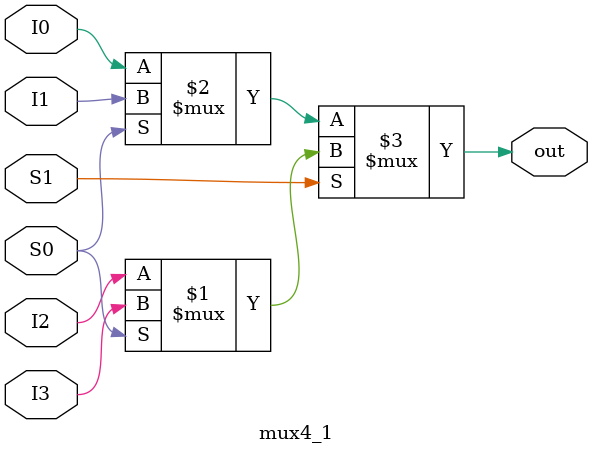
<source format=v>
module Mux_4_1; 
wire out; 
reg I0, I1, I2,I3; 
reg S1, S0; 
mux4_1 mux(.I0(I0),.I1(I1),.I2(I2),.I3(I3),.S1(S1),.S0(S0),.out(out)); 
initial begin 
#0 I0=1; I1=0; I2=1;I3=0; S1=0; S0=0; 
#10 S1=0; S0=1; 
#10 S1=1; S0=0; 
#10 S1=1; S0=1; 
end 
initial begin 
$display("MUX 4:1 -- HEM -- Data Flow -- 2020503007");
end 
initial begin 
$monitor("I0=%b I1=%b I2=%b I3=%b S1=%b S0=%b output=%b",I0,I1,I2,I3,S1,S0,out);
end
endmodule 

module mux4_1(I0,I1,I2,I3,S1,S0,out); 
input I0, I1, I2,I3; 
input S0, S1; 
output out;

assign out = S1 ? (S0 ? I3 : I2) : (S0 ? I1 : I0) ;

endmodule
</source>
